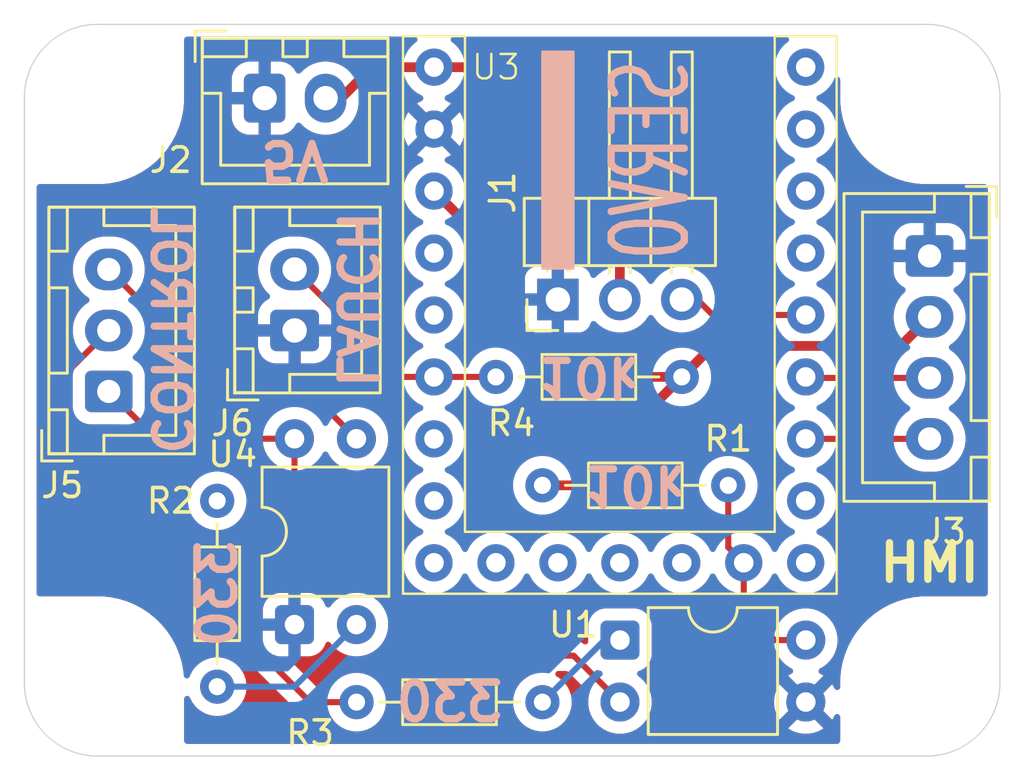
<source format=kicad_pcb>
(kicad_pcb (version 20241229) (generator "pcbnew") (generator_version "9.0")
  (layers (0 "F.Cu" signal) (2 "B.Cu" signal) (13 "F.Paste" user) (15 "B.Paste" user) (5 "F.SilkS" user "F.Silkscreen") (7 "B.SilkS" user "B.Silkscreen") (1 "F.Mask" user) (3 "B.Mask" user) (25 "Edge.Cuts" user))
  (net 0 "")
  (net 4 "/LED_OPEN")
  (net 5 "/parachute_open")
  (net 6 "+3V3")
  (net 7 "/LED_TIMER_TRIGGED")
  (net 8 "/SERVO")
  (net 11 "/TRIGGER")
  (net 16 "GND")
  (net 19 "/BUTTON_LAUCHED")
  (net 22 "+5V")
  (net 24 "Net-(R2-Pad2)")
  (net 25 "Net-(R3-Pad1)")
  (net 26 "Net-(J5-Pin_2)")
  (net 27 "Net-(J5-Pin_1)")
  (net 28 "Net-(J5-Pin_3)")
  (footprint "Connector_JST:JST_XH_B4B-XH-A_1x04_P2.50mm_Vertical" (layer "F.Cu") (at 158.115 79.495 -90)
    (property "Reference" "J3" (at 11.31 -0.635 180) (layer "F.SilkS"))
    (property "Value" "hmi")
    (fp_line (start -1.8 2.75) (end 3.75 2.75) (stroke (width 0.12)) (layer "F.SilkS"))
    (fp_line (start 9.3 2.75) (end 3.75 2.75) (stroke (width 0.12)) (layer "F.SilkS"))
    (fp_line (start -2.55 -0.2) (end -1.8 -0.2) (stroke (width 0.12)) (layer "F.SilkS"))
    (fp_line (start -1.8 -0.2) (end -1.8 2.75) (stroke (width 0.12)) (layer "F.SilkS"))
    (fp_line (start 9.3 -0.2) (end 9.3 2.75) (stroke (width 0.12)) (layer "F.SilkS"))
    (fp_line (start 10.05 -0.2) (end 9.3 -0.2) (stroke (width 0.12)) (layer "F.SilkS"))
    (fp_line (start -2.85 -2.75) (end -2.85 -1.5) (stroke (width 0.12)) (layer "F.SilkS"))
    (fp_line (start -1.6 -2.75) (end -2.85 -2.75) (stroke (width 0.12)) (layer "F.SilkS"))
    (fp_rect (start -2.55 -2.45) (end -0.75 -1.7) (stroke (width 0.12)) (fill no) (layer "F.SilkS"))
    (fp_rect (start 0.75 -2.45) (end 6.75 -1.7) (stroke (width 0.12)) (fill no) (layer "F.SilkS"))
    (fp_rect (start 8.25 -2.45) (end 10.05 -1.7) (stroke (width 0.12)) (fill no) (layer "F.SilkS"))
    (fp_rect (start -2.56 -2.46) (end 10.06 3.51) (stroke (width 0.12)) (fill no) (layer "F.SilkS"))
    (pad "1" thru_hole roundrect (at 0 0 270) (size 1.7 1.95) (drill 0.95) (layers "*.Cu" "*.Mask") (roundrect_rratio 0.147059) (net 16 "GND"))
    (pad "2" thru_hole oval (at 2.5 0 270) (size 1.7 1.95) (drill 0.95) (layers "*.Cu" "*.Mask") (net 6 "+3V3"))
    (pad "3" thru_hole oval (at 5 0 270) (size 1.7 1.95) (drill 0.95) (layers "*.Cu" "*.Mask") (net 4 "/LED_OPEN"))
    (pad "4" thru_hole oval (at 7.5 0 270) (size 1.7 1.95) (drill 0.95) (layers "*.Cu" "*.Mask") (net 7 "/LED_TIMER_TRIGGED"))
  )
  (footprint "MountingHole:MountingHole_3.2mm_M3_ISO7380" (layer "F.Cu") (at 124 97)
    (property "Reference" "H3" (hide yes))
    (property "Value" "MountingHole_3.2mm_M3_ISO7380" (hide yes))
    (pad "" np_thru_hole circle (at 0 0) (size 3.2 3.2) (drill 3.2) (layers "*.Cu" "*.Mask"))
  )
  (footprint "Package_DIP:DIP-4_W7.62mm" (layer "F.Cu") (at 132.075 94.61 90)
    (property "Reference" "U4" (at 6.98 -2.535 180) (layer "F.SilkS"))
    (property "Value" "LTV-814")
    (fp_line (start 6.46 -1.33) (end 4.81 -1.33) (stroke (width 0.12)) (layer "F.SilkS"))
    (fp_line (start 2.81 -1.33) (end 1.16 -1.33) (stroke (width 0.12)) (layer "F.SilkS"))
    (fp_line (start 1.16 -1.33) (end 1.16 3.87) (stroke (width 0.12)) (layer "F.SilkS"))
    (fp_line (start 6.46 3.87) (end 6.46 -1.33) (stroke (width 0.12)) (layer "F.SilkS"))
    (fp_line (start 1.16 3.87) (end 6.46 3.87) (stroke (width 0.12)) (layer "F.SilkS"))
    (fp_arc (start 4.81 -1.33) (mid 3.81 -0.33) (end 2.81 -1.33) (stroke (width 0.12)) (layer "F.SilkS"))
    (pad "1" thru_hole roundrect (at 0 0 90) (size 1.6 1.6) (drill 0.8) (layers "*.Cu" "*.Mask") (roundrect_rratio 0.15625) (net 16 "GND"))
    (pad "2" thru_hole circle (at 0 2.54 90) (size 1.6 1.6) (drill 0.8) (layers "*.Cu" "*.Mask") (net 24 "Net-(R2-Pad2)"))
    (pad "3" thru_hole circle (at 7.62 2.54 90) (size 1.6 1.6) (drill 0.8) (layers "*.Cu" "*.Mask") (net 28 "Net-(J5-Pin_3)"))
    (pad "4" thru_hole circle (at 7.62 0 90) (size 1.6 1.6) (drill 0.8) (layers "*.Cu" "*.Mask") (net 27 "Net-(J5-Pin_1)"))
  )
  (footprint "Resistor_THT:R_Axial_DIN0204_L3.6mm_D1.6mm_P7.62mm_Horizontal" (layer "F.Cu") (at 149.86 88.9 180)
    (property "Reference" "R1" (at 0 1.905 0) (layer "F.SilkS"))
    (property "Value" "10k")
    (fp_line (start 6.68 0) (end 5.73 0) (stroke (width 0.12)) (layer "F.SilkS"))
    (fp_line (start 0.94 0) (end 1.89 0) (stroke (width 0.12)) (layer "F.SilkS"))
    (fp_rect (start 1.89 -0.92) (end 5.73 0.92) (stroke (width 0.12)) (fill no) (layer "F.SilkS"))
    (pad "1" thru_hole circle (at 0 0 180) (size 1.4 1.4) (drill 0.7) (layers "*.Cu" "*.Mask") (net 11 "/TRIGGER"))
    (pad "2" thru_hole circle (at 7.62 0 180) (size 1.4 1.4) (drill 0.7) (layers "*.Cu" "*.Mask") (net 6 "+3V3"))
  )
  (footprint "MountingHole:MountingHole_3.2mm_M3_ISO7380" (layer "F.Cu") (at 158 97)
    (property "Reference" "H4" (hide yes))
    (property "Value" "MountingHole_3.2mm_M3_ISO7380" (hide yes))
    (pad "" np_thru_hole circle (at 0 0) (size 3.2 3.2) (drill 3.2) (layers "*.Cu" "*.Mask"))
  )
  (footprint "Connector_JST:JST_XH_B3B-XH-A_1x03_P2.50mm_Vertical" (layer "F.Cu") (at 124.46 85.05 90)
    (property "Reference" "J5" (at -3.85 -1.905 180) (layer "F.SilkS"))
    (property "Value" "trigger_rpi")
    (fp_line (start -1.6 -2.75) (end -2.85 -2.75) (stroke (width 0.12)) (layer "F.SilkS"))
    (fp_line (start -2.85 -2.75) (end -2.85 -1.5) (stroke (width 0.12)) (layer "F.SilkS"))
    (fp_line (start 7.55 -0.2) (end 6.8 -0.2) (stroke (width 0.12)) (layer "F.SilkS"))
    (fp_line (start 6.8 -0.2) (end 6.8 2.75) (stroke (width 0.12)) (layer "F.SilkS"))
    (fp_line (start -1.8 -0.2) (end -1.8 2.75) (stroke (width 0.12)) (layer "F.SilkS"))
    (fp_line (start -2.55 -0.2) (end -1.8 -0.2) (stroke (width 0.12)) (layer "F.SilkS"))
    (fp_line (start 6.8 2.75) (end 2.5 2.75) (stroke (width 0.12)) (layer "F.SilkS"))
    (fp_line (start -1.8 2.75) (end 2.5 2.75) (stroke (width 0.12)) (layer "F.SilkS"))
    (fp_rect (start -2.56 -2.46) (end 7.56 3.51) (stroke (width 0.12)) (fill no) (layer "F.SilkS"))
    (fp_rect (start 5.75 -2.45) (end 7.55 -1.7) (stroke (width 0.12)) (fill no) (layer "F.SilkS"))
    (fp_rect (start 0.75 -2.45) (end 4.25 -1.7) (stroke (width 0.12)) (fill no) (layer "F.SilkS"))
    (fp_rect (start -2.55 -2.45) (end -0.75 -1.7) (stroke (width 0.12)) (fill no) (layer "F.SilkS"))
    (pad "1" thru_hole roundrect (at 0 0 90) (size 1.7 1.95) (drill 0.95) (layers "*.Cu" "*.Mask") (roundrect_rratio 0.147059) (net 27 "Net-(J5-Pin_1)"))
    (pad "2" thru_hole oval (at 2.5 0 90) (size 1.7 1.95) (drill 0.95) (layers "*.Cu" "*.Mask") (net 26 "Net-(J5-Pin_2)"))
    (pad "3" thru_hole oval (at 5 0 90) (size 1.7 1.95) (drill 0.95) (layers "*.Cu" "*.Mask") (net 28 "Net-(J5-Pin_3)"))
  )
  (footprint "Connector_JST:JST_XH_B2B-XH-A_1x02_P2.50mm_Vertical" (layer "F.Cu") (at 132.08 82.55 90)
    (property "Reference" "J6" (at -3.81 -2.54 180) (layer "F.SilkS"))
    (property "Value" "trigger_lauch")
    (fp_line (start -1.6 -2.75) (end -2.85 -2.75) (stroke (width 0.12)) (layer "F.SilkS"))
    (fp_line (start -2.85 -2.75) (end -2.85 -1.5) (stroke (width 0.12)) (layer "F.SilkS"))
    (fp_line (start 5.05 -0.2) (end 4.3 -0.2) (stroke (width 0.12)) (layer "F.SilkS"))
    (fp_line (start 4.3 -0.2) (end 4.3 2.75) (stroke (width 0.12)) (layer "F.SilkS"))
    (fp_line (start -1.8 -0.2) (end -1.8 2.75) (stroke (width 0.12)) (layer "F.SilkS"))
    (fp_line (start -2.55 -0.2) (end -1.8 -0.2) (stroke (width 0.12)) (layer "F.SilkS"))
    (fp_line (start 4.3 2.75) (end 1.25 2.75) (stroke (width 0.12)) (layer "F.SilkS"))
    (fp_line (start -1.8 2.75) (end 1.25 2.75) (stroke (width 0.12)) (layer "F.SilkS"))
    (fp_rect (start -2.56 -2.46) (end 5.06 3.51) (stroke (width 0.12)) (fill no) (layer "F.SilkS"))
    (fp_rect (start 3.25 -2.45) (end 5.05 -1.7) (stroke (width 0.12)) (fill no) (layer "F.SilkS"))
    (fp_rect (start 0.75 -2.45) (end 1.75 -1.7) (stroke (width 0.12)) (fill no) (layer "F.SilkS"))
    (fp_rect (start -2.55 -2.45) (end -0.75 -1.7) (stroke (width 0.12)) (fill no) (layer "F.SilkS"))
    (pad "1" thru_hole roundrect (at 0 0 90) (size 1.7 2) (drill 1) (layers "*.Cu" "*.Mask") (roundrect_rratio 0.147059) (net 16 "GND"))
    (pad "2" thru_hole oval (at 2.5 0 90) (size 1.7 2) (drill 1) (layers "*.Cu" "*.Mask") (net 19 "/BUTTON_LAUCHED"))
  )
  (footprint "Package_DIP:DIP-4_W7.62mm" (layer "F.Cu") (at 145.42 95.245)
    (property "Reference" "U1" (at -1.91 -0.63 0) (layer "F.SilkS"))
    (property "Value" "LTV-814")
    (fp_line (start 1.16 -1.33) (end 1.16 3.87) (stroke (width 0.12)) (layer "F.SilkS"))
    (fp_line (start 1.16 3.87) (end 6.46 3.87) (stroke (width 0.12)) (layer "F.SilkS"))
    (fp_line (start 2.81 -1.33) (end 1.16 -1.33) (stroke (width 0.12)) (layer "F.SilkS"))
    (fp_line (start 6.46 -1.33) (end 4.81 -1.33) (stroke (width 0.12)) (layer "F.SilkS"))
    (fp_line (start 6.46 3.87) (end 6.46 -1.33) (stroke (width 0.12)) (layer "F.SilkS"))
    (fp_arc (start 4.81 -1.33) (mid 3.81 -0.33) (end 2.81 -1.33) (stroke (width 0.12)) (layer "F.SilkS"))
    (pad "1" thru_hole roundrect (at 0 0) (size 1.6 1.6) (drill 0.8) (layers "*.Cu" "*.Mask") (roundrect_rratio 0.15625) (net 25 "Net-(R3-Pad1)"))
    (pad "2" thru_hole circle (at 0 2.54) (size 1.6 1.6) (drill 0.8) (layers "*.Cu" "*.Mask") (net 27 "Net-(J5-Pin_1)"))
    (pad "3" thru_hole circle (at 7.62 2.54) (size 1.6 1.6) (drill 0.8) (layers "*.Cu" "*.Mask") (net 16 "GND"))
    (pad "4" thru_hole circle (at 7.62 0) (size 1.6 1.6) (drill 0.8) (layers "*.Cu" "*.Mask") (net 11 "/TRIGGER"))
  )
  (footprint "Resistor_THT:R_Axial_DIN0204_L3.6mm_D1.6mm_P7.62mm_Horizontal" (layer "F.Cu") (at 142.24 97.79 180)
    (property "Reference" "R3" (at 9.525 -1.27 0) (layer "F.SilkS"))
    (property "Value" "330")
    (fp_line (start 6.68 0) (end 5.73 0) (stroke (width 0.12)) (layer "F.SilkS"))
    (fp_line (start 0.94 0) (end 1.89 0) (stroke (width 0.12)) (layer "F.SilkS"))
    (fp_rect (start 1.89 -0.92) (end 5.73 0.92) (stroke (width 0.12)) (fill no) (layer "F.SilkS"))
    (pad "1" thru_hole circle (at 0 0 180) (size 1.4 1.4) (drill 0.7) (layers "*.Cu" "*.Mask") (net 25 "Net-(R3-Pad1)"))
    (pad "2" thru_hole circle (at 7.62 0 180) (size 1.4 1.4) (drill 0.7) (layers "*.Cu" "*.Mask") (net 26 "Net-(J5-Pin_2)"))
  )
  (footprint "Connector_PinHeader_2.54mm:PinHeader_1x03_P2.54mm_Horizontal" (layer "F.Cu") (at 142.875 81.28 90)
    (property "Reference" "J1" (at 4.385 -2.27 90) (layer "F.SilkS"))
    (property "Value" "servo")
    (fp_line (start -1.27 -1.27) (end 0 -1.27) (stroke (width 0.12)) (layer "F.SilkS"))
    (fp_line (start 1.16 -0.43) (end 1.39 -0.43) (stroke (width 0.12)) (layer "F.SilkS"))
    (fp_line (start -1.27 0) (end -1.27 -1.27) (stroke (width 0.12)) (layer "F.SilkS"))
    (fp_line (start 1.16 0.43) (end 1.39 0.43) (stroke (width 0.12)) (layer "F.SilkS"))
    (fp_line (start 1.39 1.27) (end 4.15 1.27) (stroke (width 0.12)) (layer "F.SilkS"))
    (fp_line (start 10.15 2.11) (end 10.15 2.97) (stroke (width 0.12)) (layer "F.SilkS"))
    (fp_line (start 4.15 2.11) (end 10.15 2.11) (stroke (width 0.12)) (layer "F.SilkS"))
    (fp_line (start 1.077358 2.11) (end 1.39 2.11) (stroke (width 0.12)) (layer "F.SilkS"))
    (fp_line (start 10.15 2.97) (end 4.15 2.97) (stroke (width 0.12)) (layer "F.SilkS"))
    (fp_line (start 1.077358 2.97) (end 1.39 2.97) (stroke (width 0.12)) (layer "F.SilkS"))
    (fp_line (start 1.39 3.81) (end 4.15 3.81) (stroke (width 0.12)) (layer "F.SilkS"))
    (fp_line (start 10.15 4.65) (end 10.15 5.51) (stroke (width 0.12)) (layer "F.SilkS"))
    (fp_line (start 4.15 4.65) (end 10.15 4.65) (stroke (width 0.12)) (layer "F.SilkS"))
    (fp_line (start 1.077358 4.65) (end 1.39 4.65) (stroke (width 0.12)) (layer "F.SilkS"))
    (fp_line (start 10.15 5.51) (end 4.15 5.51) (stroke (width 0.12)) (layer "F.SilkS"))
    (fp_line (start 1.077358 5.51) (end 1.39 5.51) (stroke (width 0.12)) (layer "F.SilkS"))
    (fp_rect (start 1.39 -1.38) (end 4.15 6.46) (stroke (width 0.12)) (fill no) (layer "F.SilkS"))
    (fp_rect (start 4.15 -0.43) (end 10.15 0.43) (stroke (width 0.12)) (fill yes) (layer "F.SilkS"))
    (pad "1" thru_hole rect (at 0 0 90) (size 1.7 1.7) (drill 1) (layers "*.Cu" "*.Mask") (net 16 "GND"))
    (pad "2" thru_hole circle (at 0 2.54 90) (size 1.7 1.7) (drill 1) (layers "*.Cu" "*.Mask") (net 22 "+5V"))
    (pad "3" thru_hole circle (at 0 5.08 90) (size 1.7 1.7) (drill 1) (layers "*.Cu" "*.Mask") (net 8 "/SERVO"))
  )
  (footprint "MountingHole:MountingHole_3.2mm_M3_ISO7380" (layer "F.Cu") (at 158 73)
    (property "Reference" "H2" (hide yes))
    (property "Value" "MountingHole_3.2mm_M3_ISO7380" (hide yes))
    (pad "" np_thru_hole circle (at 0 0) (size 3.2 3.2) (drill 3.2) (layers "*.Cu" "*.Mask"))
  )
  (footprint "Resistor_THT:R_Axial_DIN0204_L3.6mm_D1.6mm_P7.62mm_Horizontal" (layer "F.Cu") (at 140.335 84.455)
    (property "Reference" "R4" (at 0.635 1.905 0) (layer "F.SilkS"))
    (property "Value" "10k")
    (fp_line (start 0.94 0) (end 1.89 0) (stroke (width 0.12)) (layer "F.SilkS"))
    (fp_line (start 6.68 0) (end 5.73 0) (stroke (width 0.12)) (layer "F.SilkS"))
    (fp_rect (start 1.89 -0.92) (end 5.73 0.92) (stroke (width 0.12)) (fill no) (layer "F.SilkS"))
    (pad "1" thru_hole circle (at 0 0) (size 1.4 1.4) (drill 0.7) (layers "*.Cu" "*.Mask") (net 19 "/BUTTON_LAUCHED"))
    (pad "2" thru_hole circle (at 7.62 0) (size 1.4 1.4) (drill 0.7) (layers "*.Cu" "*.Mask") (net 6 "+3V3"))
  )
  (footprint "MountingHole:MountingHole_3.2mm_M3_ISO7380" (layer "F.Cu") (at 124 73)
    (property "Reference" "H1" (hide yes))
    (property "Value" "MountingHole_3.2mm_M3_ISO7380" (hide yes))
    (pad "" np_thru_hole circle (at 0 0) (size 3.2 3.2) (drill 3.2) (layers "*.Cu" "*.Mask"))
  )
  (footprint "Resistor_THT:R_Axial_DIN0204_L3.6mm_D1.6mm_P7.62mm_Horizontal" (layer "F.Cu") (at 128.905 89.535 -90)
    (property "Reference" "R2" (at 0 1.905 180) (layer "F.SilkS"))
    (property "Value" "330")
    (fp_line (start 0.94 0) (end 1.89 0) (stroke (width 0.12)) (layer "F.SilkS"))
    (fp_line (start 6.68 0) (end 5.73 0) (stroke (width 0.12)) (layer "F.SilkS"))
    (fp_rect (start 1.89 -0.92) (end 5.73 0.92) (stroke (width 0.12)) (fill no) (layer "F.SilkS"))
    (pad "1" thru_hole circle (at 0 0 270) (size 1.4 1.4) (drill 0.7) (layers "*.Cu" "*.Mask") (net 5 "/parachute_open"))
    (pad "2" thru_hole circle (at 7.62 0 270) (size 1.4 1.4) (drill 0.7) (layers "*.Cu" "*.Mask") (net 24 "Net-(R2-Pad2)"))
  )
  (footprint "nasa_footprint:rp2040_pico" (layer "F.Cu") (at 145.415 71.755)
    (property "Reference" "U3" (at -5.08 0 0) (layer "F.SilkS") (effects (font (thickness 0.1))))
    (property "Value" "RP2040")
    (fp_line (start -8.89 -1.27) (end -6.35 -1.27) (stroke (width 0.1)) (layer "F.SilkS"))
    (fp_line (start -8.89 21.59) (end -8.89 -1.27) (stroke (width 0.1)) (layer "F.SilkS"))
    (fp_line (start -6.35 -1.27) (end -6.35 19.05) (stroke (width 0.1)) (layer "F.SilkS"))
    (fp_line (start -6.35 19.05) (end 6.35 19.05) (stroke (width 0.1)) (layer "F.SilkS"))
    (fp_line (start 6.35 -1.27) (end 8.89 -1.27) (stroke (width 0.1)) (layer "F.SilkS"))
    (fp_line (start 6.35 19.05) (end 6.35 -1.27) (stroke (width 0.1)) (layer "F.SilkS"))
    (fp_line (start 8.89 -1.27) (end 8.89 21.59) (stroke (width 0.1)) (layer "F.SilkS"))
    (fp_line (start 8.89 21.59) (end -8.89 21.59) (stroke (width 0.1)) (layer "F.SilkS"))
    (pad "1" thru_hole circle (at -7.62 0) (size 1.524 1.524) (drill 0.8) (layers "*.Cu" "*.Mask") (net 22 "+5V"))
    (pad "2" thru_hole circle (at -7.62 2.54) (size 1.524 1.524) (drill 0.8) (layers "*.Cu" "*.Mask") (net 16 "GND"))
    (pad "3" thru_hole circle (at -7.62 5.08) (size 1.524 1.524) (drill 0.8) (layers "*.Cu" "*.Mask") (net 6 "+3V3"))
    (pad "4" thru_hole circle (at -7.62 7.62) (size 1.524 1.524) (drill 0.8) (layers "*.Cu" "*.Mask"))
    (pad "5" thru_hole circle (at -7.62 10.16) (size 1.524 1.524) (drill 0.8) (layers "*.Cu" "*.Mask"))
    (pad "6" thru_hole circle (at -7.62 12.7) (size 1.524 1.524) (drill 0.8) (layers "*.Cu" "*.Mask") (net 19 "/BUTTON_LAUCHED"))
    (pad "7" thru_hole circle (at -7.62 15.24) (size 1.524 1.524) (drill 0.8) (layers "*.Cu" "*.Mask"))
    (pad "8" thru_hole circle (at -7.62 17.78) (size 1.524 1.524) (drill 0.8) (layers "*.Cu" "*.Mask") (net 5 "/parachute_open"))
    (pad "9" thru_hole circle (at -7.62 20.32) (size 1.524 1.524) (drill 0.8) (layers "*.Cu" "*.Mask"))
    (pad "10" thru_hole circle (at -5.08 20.32) (size 1.524 1.524) (drill 0.8) (layers "*.Cu" "*.Mask"))
    (pad "11" thru_hole circle (at -2.54 20.32) (size 1.524 1.524) (drill 0.8) (layers "*.Cu" "*.Mask"))
    (pad "12" thru_hole circle (at 0 20.32) (size 1.524 1.524) (drill 0.8) (layers "*.Cu" "*.Mask"))
    (pad "13" thru_hole circle (at 2.54 20.32) (size 1.524 1.524) (drill 0.8) (layers "*.Cu" "*.Mask"))
    (pad "14" thru_hole circle (at 5.08 20.32) (size 1.524 1.524) (drill 0.8) (layers "*.Cu" "*.Mask") (net 11 "/TRIGGER"))
    (pad "15" thru_hole circle (at 7.62 20.32) (size 1.524 1.524) (drill 0.8) (layers "*.Cu" "*.Mask"))
    (pad "16" thru_hole circle (at 7.62 17.78) (size 1.524 1.524) (drill 0.8) (layers "*.Cu" "*.Mask"))
    (pad "17" thru_hole circle (at 7.62 15.24) (size 1.524 1.524) (drill 0.8) (layers "*.Cu" "*.Mask") (net 7 "/LED_TIMER_TRIGGED"))
    (pad "18" thru_hole circle (at 7.62 12.7) (size 1.524 1.524) (drill 0.8) (layers "*.Cu" "*.Mask") (net 4 "/LED_OPEN"))
    (pad "19" thru_hole circle (at 7.62 10.16) (size 1.524 1.524) (drill 0.8) (layers "*.Cu" "*.Mask") (net 8 "/SERVO"))
    (pad "20" thru_hole circle (at 7.62 7.62) (size 1.524 1.524) (drill 0.8) (layers "*.Cu" "*.Mask"))
    (pad "21" thru_hole circle (at 7.62 5.08) (size 1.524 1.524) (drill 0.8) (layers "*.Cu" "*.Mask"))
    (pad "22" thru_hole circle (at 7.62 2.54) (size 1.524 1.524) (drill 0.8) (layers "*.Cu" "*.Mask"))
    (pad "23" thru_hole circle (at 7.62 0) (size 1.524 1.524) (drill 0.8) (layers "*.Cu" "*.Mask"))
  )
  (footprint "Connector_JST:JST_XH_B2B-XH-A_1x02_P2.50mm_Vertical" (layer "F.Cu") (at 130.85 73.025)
    (property "Reference" "J2" (at -3.85 2.54 0) (layer "F.SilkS"))
    (property "Value" "power")
    (fp_line (start -2.85 -2.75) (end -2.85 -1.5) (stroke (width 0.12)) (layer "F.SilkS"))
    (fp_line (start -2.55 -0.2) (end -1.8 -0.2) (stroke (width 0.12)) (layer "F.SilkS"))
    (fp_line (start -1.8 -0.2) (end -1.8 2.75) (stroke (width 0.12)) (layer "F.SilkS"))
    (fp_line (start -1.8 2.75) (end 1.25 2.75) (stroke (width 0.12)) (layer "F.SilkS"))
    (fp_line (start -1.6 -2.75) (end -2.85 -2.75) (stroke (width 0.12)) (layer "F.SilkS"))
    (fp_line (start 4.3 -0.2) (end 4.3 2.75) (stroke (width 0.12)) (layer "F.SilkS"))
    (fp_line (start 4.3 2.75) (end 1.25 2.75) (stroke (width 0.12)) (layer "F.SilkS"))
    (fp_line (start 5.05 -0.2) (end 4.3 -0.2) (stroke (width 0.12)) (layer "F.SilkS"))
    (fp_rect (start -2.56 -2.46) (end 5.06 3.51) (stroke (width 0.12)) (fill no) (layer "F.SilkS"))
    (fp_rect (start -2.55 -2.45) (end -0.75 -1.7) (stroke (width 0.12)) (fill no) (layer "F.SilkS"))
    (fp_rect (start 0.75 -2.45) (end 1.75 -1.7) (stroke (width 0.12)) (fill no) (layer "F.SilkS"))
    (fp_rect (start 3.25 -2.45) (end 5.05 -1.7) (stroke (width 0.12)) (fill no) (layer "F.SilkS"))
    (pad "1" thru_hole roundrect (at 0 0) (size 1.7 2) (drill 1) (layers "*.Cu" "*.Mask") (roundrect_rratio 0.147059) (net 16 "GND"))
    (pad "2" thru_hole oval (at 2.5 0) (size 1.7 2) (drill 1) (layers "*.Cu" "*.Mask") (net 22 "+5V"))
  )
  (gr_rect (start 142.24 71.12) (end 143.51 80.01) (stroke (width 0.1)) (fill yes) (layer "B.SilkS"))
  (gr_arc (start 158 70) (mid 160.12132 70.87868) (end 161 73) (stroke (width 0.05)) (layer "Edge.Cuts"))
  (gr_line (start 161 73) (end 161 97) (stroke (width 0.05)) (layer "Edge.Cuts"))
  (gr_arc (start 124 100) (mid 121.87868 99.12132) (end 121 97) (stroke (width 0.05)) (layer "Edge.Cuts"))
  (gr_line (start 121 97) (end 121 73) (stroke (width 0.05)) (layer "Edge.Cuts"))
  (gr_line (start 124 70) (end 158 70) (stroke (width 0.05)) (layer "Edge.Cuts"))
  (gr_line (start 158 100) (end 124 100) (stroke (width 0.05)) (layer "Edge.Cuts"))
  (gr_arc (start 121 73) (mid 121.87868 70.87868) (end 124 70) (stroke (width 0.05)) (layer "Edge.Cuts"))
  (gr_arc (start 161 97) (mid 160.12132 99.12132) (end 158 100) (stroke (width 0.05)) (layer "Edge.Cuts"))
  (gr_text "HMI" (at 158.115 92.075 0) (layer "F.SilkS") (effects (font (size 1.5 1.5) (thickness 0.3) (bold yes))))
  (gr_text "5V" (at 132.08 75.565 180) (layer "B.SilkS") (effects (font (size 1.5 1.5) (thickness 0.3) (bold yes)) (justify mirror)))
  (gr_text "10k" (at 146.05 88.9 180) (layer "B.SilkS") (effects (font (size 1.5 1.5) (thickness 0.3) (bold yes)) (justify mirror)))
  (gr_text "330" (at 138.43 97.79 0) (layer "B.SilkS") (effects (font (size 1.5 1.5) (thickness 0.3) (bold yes)) (justify mirror)))
  (gr_text "10k" (at 144.145 84.455 180) (layer "B.SilkS") (effects (font (size 1.5 1.5) (thickness 0.3) (bold yes)) (justify mirror)))
  (gr_text "330" (at 128.905 93.345 90) (layer "B.SilkS") (effects (font (size 1.5 1.5) (thickness 0.3) (bold yes)) (justify mirror)))
  (gr_text "SERVO" (at 146.685 75.565 90) (layer "B.SilkS") (effects (font (size 3 1.7) (thickness 0.3) (bold yes)) (justify mirror)))
  (gr_text "CONTROL" (at 127 82.55 270) (layer "B.SilkS") (effects (font (size 1.5 1.5) (thickness 0.3) (bold yes)) (justify mirror)))
  (gr_text "LAUCH" (at 134.62 81.28 270) (layer "B.SilkS") (effects (font (size 1.5 1.5) (thickness 0.3) (bold yes)) (justify mirror)))
  (segment (start 153.67 84.455) (end 153.71 84.495) (width 0.25) (layer "F.Cu") (net 4))
  (segment (start 153.035 84.455) (end 153.67 84.455) (width 0.25) (layer "F.Cu") (net 4))
  (segment (start 153.71 84.495) (end 158.115 84.495) (width 0.25) (layer "F.Cu") (net 4))
  (segment (start 140.335 81.915) (end 142.875 84.455) (width 0.4) (layer "F.Cu") (net 6))
  (segment (start 143.51 88.9) (end 147.955 84.455) (width 0.4) (layer "F.Cu") (net 6))
  (segment (start 158.115 81.995) (end 156.925 83.185) (width 0.4) (layer "F.Cu") (net 6))
  (segment (start 140.335 79.375) (end 140.335 81.915) (width 0.4) (layer "F.Cu") (net 6))
  (segment (start 142.24 88.9) (end 143.51 88.9) (width 0.4) (layer "F.Cu") (net 6))
  (segment (start 142.875 84.455) (end 147.955 84.455) (width 0.4) (layer "F.Cu") (net 6))
  (segment (start 149.225 83.185) (end 147.955 84.455) (width 0.4) (layer "F.Cu") (net 6))
  (segment (start 156.925 83.185) (end 149.225 83.185) (width 0.4) (layer "F.Cu") (net 6))
  (segment (start 137.795 76.835) (end 140.335 79.375) (width 0.4) (layer "F.Cu") (net 6))
  (segment (start 158.115 86.995) (end 153.035 86.995) (width 0.25) (layer "F.Cu") (net 7))
  (segment (start 148.59 81.28) (end 149.225 81.915) (width 0.25) (layer "F.Cu") (net 8))
  (segment (start 147.955 81.28) (end 148.59 81.28) (width 0.25) (layer "F.Cu") (net 8))
  (segment (start 149.225 81.915) (end 153.035 81.915) (width 0.25) (layer "F.Cu") (net 8))
  (segment (start 149.86 91.44) (end 150.495 92.075) (width 0.25) (layer "F.Cu") (net 11))
  (segment (start 149.86 88.9) (end 149.86 91.44) (width 0.25) (layer "F.Cu") (net 11))
  (segment (start 153.04 95.245) (end 151.76 95.245) (width 0.25) (layer "F.Cu") (net 11))
  (segment (start 151.76 95.245) (end 150.495 93.98) (width 0.25) (layer "F.Cu") (net 11))
  (segment (start 150.495 93.98) (end 150.495 92.075) (width 0.25) (layer "F.Cu") (net 11))
  (segment (start 137.795 84.455) (end 136.485 84.455) (width 0.25) (layer "F.Cu") (net 19))
  (segment (start 140.335 84.455) (end 137.795 84.455) (width 0.25) (layer "F.Cu") (net 19))
  (segment (start 136.485 84.455) (end 132.08 80.05) (width 0.25) (layer "F.Cu") (net 19))
  (segment (start 139.065 71.755) (end 137.795 71.755) (width 0.4) (layer "F.Cu") (net 22))
  (segment (start 145.415 78.105) (end 139.065 71.755) (width 0.4) (layer "F.Cu") (net 22))
  (segment (start 133.985 73.025) (end 135.255 71.755) (width 0.4) (layer "F.Cu") (net 22))
  (segment (start 135.255 71.755) (end 137.795 71.755) (width 0.4) (layer "F.Cu") (net 22))
  (segment (start 145.415 81.28) (end 145.415 78.105) (width 0.4) (layer "F.Cu") (net 22))
  (segment (start 133.35 73.025) (end 133.985 73.025) (width 0.4) (layer "F.Cu") (net 22))
  (segment (start 132.07 97.155) (end 128.905 97.155) (width 0.25) (layer "B.Cu") (net 24))
  (segment (start 134.615 94.61) (end 132.07 97.155) (width 0.25) (layer "B.Cu") (net 24))
  (segment (start 145.42 95.245) (end 144.785 95.245) (width 0.25) (layer "B.Cu") (net 25))
  (segment (start 144.785 95.245) (end 142.24 97.79) (width 0.25) (layer "B.Cu") (net 25))
  (segment (start 122.555 84.455) (end 124.46 82.55) (width 0.25) (layer "F.Cu") (net 26))
  (segment (start 122.555 87.63) (end 122.555 84.455) (width 0.25) (layer "F.Cu") (net 26))
  (segment (start 132.715 97.79) (end 122.555 87.63) (width 0.25) (layer "F.Cu") (net 26))
  (segment (start 134.62 97.79) (end 132.715 97.79) (width 0.25) (layer "F.Cu") (net 26))
  (segment (start 126.365 86.995) (end 126.37 86.99) (width 0.25) (layer "F.Cu") (net 27))
  (segment (start 132.075 89.53) (end 138.43 95.885) (width 0.25) (layer "F.Cu") (net 27))
  (segment (start 126.37 86.99) (end 132.075 86.99) (width 0.25) (layer "F.Cu") (net 27))
  (segment (start 126.365 86.955) (end 126.365 86.995) (width 0.25) (layer "F.Cu") (net 27))
  (segment (start 138.43 95.885) (end 143.52 95.885) (width 0.25) (layer "F.Cu") (net 27))
  (segment (start 124.46 85.05) (end 126.365 86.955) (width 0.25) (layer "F.Cu") (net 27))
  (segment (start 132.075 86.99) (end 132.075 89.53) (width 0.25) (layer "F.Cu") (net 27))
  (segment (start 143.52 95.885) (end 145.42 97.785) (width 0.25) (layer "F.Cu") (net 27))
  (segment (start 134.615 86.99) (end 132.715 85.09) (width 0.25) (layer "F.Cu") (net 28))
  (segment (start 132.715 85.09) (end 129.5 85.09) (width 0.25) (layer "F.Cu") (net 28))
  (segment (start 129.5 85.09) (end 124.46 80.05) (width 0.25) (layer "F.Cu") (net 28))
  (zone (net 16) (net_name "GND") (layers "F.Cu" "B.Cu") (name "GND") (connect_pads (clearance 0.5)) (min_thickness 0.25) (fill yes (thermal_gap 0.5) (thermal_bridge_width 0.5))
    (polygon (pts (xy 120 69) (xy 162 69) (xy 162 101) (xy 120 101)))
  )
)
</source>
